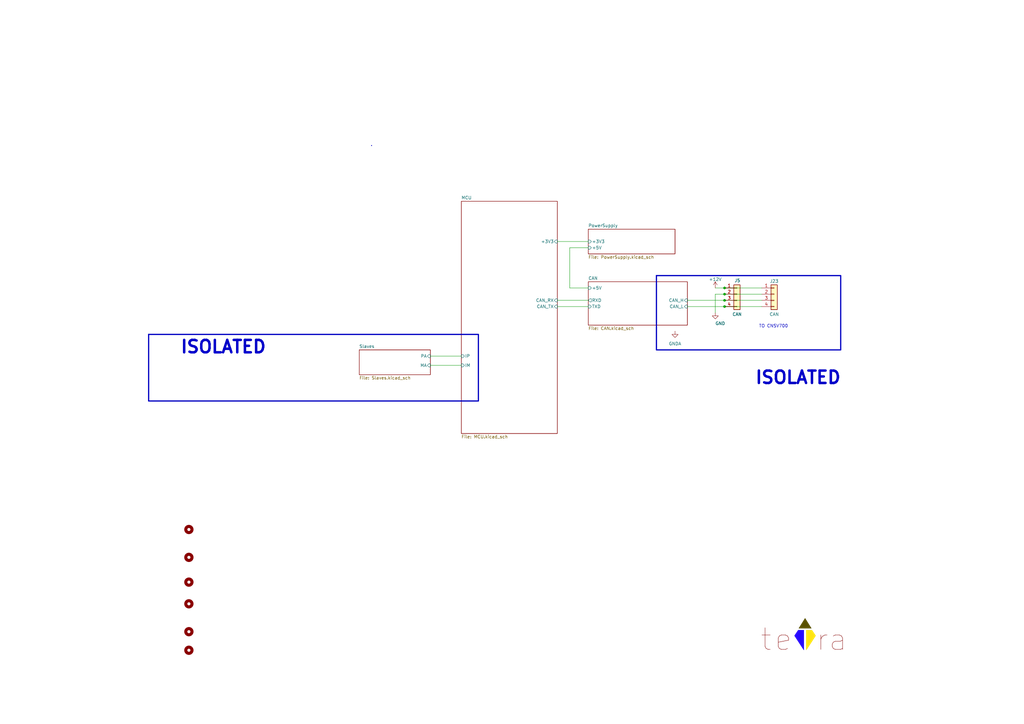
<source format=kicad_sch>
(kicad_sch
	(version 20250114)
	(generator "eeschema")
	(generator_version "9.0")
	(uuid "6a86ff6f-b159-4c4c-8a40-e732cc82e010")
	(paper "A3")
	(title_block
		(title "BMS-Master")
		(date "2024-07-23")
		(rev "V2")
		(company "teTra")
	)
	(lib_symbols
		(symbol "Library:+12V"
			(power)
			(pin_names
				(offset 0)
			)
			(exclude_from_sim no)
			(in_bom yes)
			(on_board yes)
			(property "Reference" "#PWR"
				(at 0 -3.81 0)
				(effects
					(font
						(size 1.27 1.27)
					)
					(hide yes)
				)
			)
			(property "Value" "+12V"
				(at 0 3.556 0)
				(effects
					(font
						(size 1.27 1.27)
					)
				)
			)
			(property "Footprint" ""
				(at 0 0 0)
				(effects
					(font
						(size 1.27 1.27)
					)
					(hide yes)
				)
			)
			(property "Datasheet" ""
				(at 0 0 0)
				(effects
					(font
						(size 1.27 1.27)
					)
					(hide yes)
				)
			)
			(property "Description" "Power symbol creates a global label with name \"+12V\""
				(at 0 0 0)
				(effects
					(font
						(size 1.27 1.27)
					)
					(hide yes)
				)
			)
			(property "ki_keywords" "global power"
				(at 0 0 0)
				(effects
					(font
						(size 1.27 1.27)
					)
					(hide yes)
				)
			)
			(symbol "+12V_0_1"
				(polyline
					(pts
						(xy -0.762 1.27) (xy 0 2.54)
					)
					(stroke
						(width 0)
						(type default)
					)
					(fill
						(type none)
					)
				)
				(polyline
					(pts
						(xy 0 2.54) (xy 0.762 1.27)
					)
					(stroke
						(width 0)
						(type default)
					)
					(fill
						(type none)
					)
				)
				(polyline
					(pts
						(xy 0 0) (xy 0 2.54)
					)
					(stroke
						(width 0)
						(type default)
					)
					(fill
						(type none)
					)
				)
			)
			(symbol "+12V_1_1"
				(pin power_in line
					(at 0 0 90)
					(length 0)
					(hide yes)
					(name "+12V"
						(effects
							(font
								(size 1.27 1.27)
							)
						)
					)
					(number "1"
						(effects
							(font
								(size 1.27 1.27)
							)
						)
					)
				)
			)
			(embedded_fonts no)
		)
		(symbol "Library:Conn_01x04"
			(pin_names
				(offset 1.016)
				(hide yes)
			)
			(exclude_from_sim no)
			(in_bom yes)
			(on_board yes)
			(property "Reference" "J"
				(at 0 5.08 0)
				(effects
					(font
						(size 1.27 1.27)
					)
				)
			)
			(property "Value" "Conn_01x04"
				(at 0 -7.62 0)
				(effects
					(font
						(size 1.27 1.27)
					)
				)
			)
			(property "Footprint" ""
				(at 0 0 0)
				(effects
					(font
						(size 1.27 1.27)
					)
					(hide yes)
				)
			)
			(property "Datasheet" "~"
				(at 0 0 0)
				(effects
					(font
						(size 1.27 1.27)
					)
					(hide yes)
				)
			)
			(property "Description" "Generic connector, single row, 01x04, script generated (kicad-library-utils/schlib/autogen/connector/)"
				(at 0 0 0)
				(effects
					(font
						(size 1.27 1.27)
					)
					(hide yes)
				)
			)
			(property "ki_keywords" "connector"
				(at 0 0 0)
				(effects
					(font
						(size 1.27 1.27)
					)
					(hide yes)
				)
			)
			(property "ki_fp_filters" "Connector*:*_1x??_*"
				(at 0 0 0)
				(effects
					(font
						(size 1.27 1.27)
					)
					(hide yes)
				)
			)
			(symbol "Conn_01x04_1_1"
				(rectangle
					(start -1.27 3.81)
					(end 1.27 -6.35)
					(stroke
						(width 0.254)
						(type default)
					)
					(fill
						(type background)
					)
				)
				(rectangle
					(start -1.27 2.667)
					(end 0 2.413)
					(stroke
						(width 0.1524)
						(type default)
					)
					(fill
						(type none)
					)
				)
				(rectangle
					(start -1.27 0.127)
					(end 0 -0.127)
					(stroke
						(width 0.1524)
						(type default)
					)
					(fill
						(type none)
					)
				)
				(rectangle
					(start -1.27 -2.413)
					(end 0 -2.667)
					(stroke
						(width 0.1524)
						(type default)
					)
					(fill
						(type none)
					)
				)
				(rectangle
					(start -1.27 -4.953)
					(end 0 -5.207)
					(stroke
						(width 0.1524)
						(type default)
					)
					(fill
						(type none)
					)
				)
				(pin passive line
					(at -5.08 2.54 0)
					(length 3.81)
					(name "Pin_1"
						(effects
							(font
								(size 1.27 1.27)
							)
						)
					)
					(number "1"
						(effects
							(font
								(size 1.27 1.27)
							)
						)
					)
				)
				(pin passive line
					(at -5.08 0 0)
					(length 3.81)
					(name "Pin_2"
						(effects
							(font
								(size 1.27 1.27)
							)
						)
					)
					(number "2"
						(effects
							(font
								(size 1.27 1.27)
							)
						)
					)
				)
				(pin passive line
					(at -5.08 -2.54 0)
					(length 3.81)
					(name "Pin_3"
						(effects
							(font
								(size 1.27 1.27)
							)
						)
					)
					(number "3"
						(effects
							(font
								(size 1.27 1.27)
							)
						)
					)
				)
				(pin passive line
					(at -5.08 -5.08 0)
					(length 3.81)
					(name "Pin_4"
						(effects
							(font
								(size 1.27 1.27)
							)
						)
					)
					(number "4"
						(effects
							(font
								(size 1.27 1.27)
							)
						)
					)
				)
			)
			(embedded_fonts no)
		)
		(symbol "Library:GND"
			(power)
			(pin_names
				(offset 0)
			)
			(exclude_from_sim no)
			(in_bom yes)
			(on_board yes)
			(property "Reference" "#PWR"
				(at 0 -6.35 0)
				(effects
					(font
						(size 1.27 1.27)
					)
					(hide yes)
				)
			)
			(property "Value" "GND"
				(at 0 -3.81 0)
				(effects
					(font
						(size 1.27 1.27)
					)
				)
			)
			(property "Footprint" ""
				(at 0 0 0)
				(effects
					(font
						(size 1.27 1.27)
					)
					(hide yes)
				)
			)
			(property "Datasheet" ""
				(at 0 0 0)
				(effects
					(font
						(size 1.27 1.27)
					)
					(hide yes)
				)
			)
			(property "Description" "Power symbol creates a global label with name \"GND\" , ground"
				(at 0 0 0)
				(effects
					(font
						(size 1.27 1.27)
					)
					(hide yes)
				)
			)
			(property "ki_keywords" "global power"
				(at 0 0 0)
				(effects
					(font
						(size 1.27 1.27)
					)
					(hide yes)
				)
			)
			(symbol "GND_0_1"
				(polyline
					(pts
						(xy 0 0) (xy 0 -1.27) (xy 1.27 -1.27) (xy 0 -2.54) (xy -1.27 -1.27) (xy 0 -1.27)
					)
					(stroke
						(width 0)
						(type default)
					)
					(fill
						(type none)
					)
				)
			)
			(symbol "GND_1_1"
				(pin power_in line
					(at 0 0 270)
					(length 0)
					(hide yes)
					(name "GND"
						(effects
							(font
								(size 1.27 1.27)
							)
						)
					)
					(number "1"
						(effects
							(font
								(size 1.27 1.27)
							)
						)
					)
				)
			)
			(embedded_fonts no)
		)
		(symbol "Library:GNDA"
			(power)
			(pin_numbers
				(hide yes)
			)
			(pin_names
				(offset 0)
				(hide yes)
			)
			(exclude_from_sim no)
			(in_bom yes)
			(on_board yes)
			(property "Reference" "#PWR"
				(at 0 -6.35 0)
				(effects
					(font
						(size 1.27 1.27)
					)
					(hide yes)
				)
			)
			(property "Value" "GNDA"
				(at 0 -3.81 0)
				(effects
					(font
						(size 1.27 1.27)
					)
				)
			)
			(property "Footprint" ""
				(at 0 0 0)
				(effects
					(font
						(size 1.27 1.27)
					)
					(hide yes)
				)
			)
			(property "Datasheet" ""
				(at 0 0 0)
				(effects
					(font
						(size 1.27 1.27)
					)
					(hide yes)
				)
			)
			(property "Description" "Power symbol creates a global label with name \"GNDA\" , analog ground"
				(at 0 0 0)
				(effects
					(font
						(size 1.27 1.27)
					)
					(hide yes)
				)
			)
			(property "ki_keywords" "global power"
				(at 0 0 0)
				(effects
					(font
						(size 1.27 1.27)
					)
					(hide yes)
				)
			)
			(symbol "GNDA_0_1"
				(polyline
					(pts
						(xy 0 0) (xy 0 -1.27) (xy 1.27 -1.27) (xy 0 -2.54) (xy -1.27 -1.27) (xy 0 -1.27)
					)
					(stroke
						(width 0)
						(type default)
					)
					(fill
						(type none)
					)
				)
			)
			(symbol "GNDA_1_1"
				(pin power_in line
					(at 0 0 270)
					(length 0)
					(name "~"
						(effects
							(font
								(size 1.27 1.27)
							)
						)
					)
					(number "1"
						(effects
							(font
								(size 1.27 1.27)
							)
						)
					)
				)
			)
			(embedded_fonts no)
		)
		(symbol "Library:Logo_Tetra"
			(exclude_from_sim no)
			(in_bom yes)
			(on_board yes)
			(property "Reference" "U"
				(at -0.762 0 0)
				(effects
					(font
						(size 1.27 1.27)
					)
				)
			)
			(property "Value" ""
				(at -0.762 0 0)
				(effects
					(font
						(size 1.27 1.27)
					)
				)
			)
			(property "Footprint" ""
				(at -0.762 0 0)
				(effects
					(font
						(size 1.27 1.27)
					)
					(hide yes)
				)
			)
			(property "Datasheet" ""
				(at -0.762 0 0)
				(effects
					(font
						(size 1.27 1.27)
					)
					(hide yes)
				)
			)
			(property "Description" ""
				(at -0.762 0 0)
				(effects
					(font
						(size 1.27 1.27)
					)
					(hide yes)
				)
			)
			(symbol "Logo_Tetra_1_1"
				(polyline
					(pts
						(xy -0.508 2.54) (xy -2.794 2.54) (xy -4.318 0.254) (xy -0.508 -5.588) (xy -0.508 2.54)
					)
					(stroke
						(width 0)
						(type default)
						(color 38 9 255 1)
					)
					(fill
						(type color)
						(color 38 9 255 1)
					)
				)
				(polyline
					(pts
						(xy 0 7.366) (xy -2.54 3.302) (xy 2.54 3.302) (xy 0 7.366)
					)
					(stroke
						(width 0)
						(type default)
						(color 88 80 0 1)
					)
					(fill
						(type color)
						(color 88 80 0 1)
					)
				)
				(polyline
					(pts
						(xy 0.508 2.54) (xy 2.794 2.54) (xy 4.318 0.254) (xy 0.508 -5.588) (xy 0.508 2.54)
					)
					(stroke
						(width 0)
						(type default)
						(color 255 228 16 1)
					)
					(fill
						(type color)
						(color 255 228 16 1)
					)
				)
				(text "t"
					(at -16.002 -1.27 0)
					(effects
						(font
							(size 8.89 8.89)
						)
					)
				)
				(text "e"
					(at -8.89 -1.27 0)
					(effects
						(font
							(face "KiCad Font")
							(size 8.89 8.89)
						)
					)
				)
				(text "r"
					(at 7.112 -1.27 0)
					(effects
						(font
							(size 8.89 8.89)
						)
					)
				)
				(text "a"
					(at 13.462 -1.27 0)
					(effects
						(font
							(face "KiCad Font")
							(size 8.89 8.89)
						)
					)
				)
			)
			(embedded_fonts no)
		)
		(symbol "Library:MountingHole"
			(pin_names
				(offset 1.016)
			)
			(exclude_from_sim yes)
			(in_bom no)
			(on_board yes)
			(property "Reference" "H"
				(at 0 5.08 0)
				(effects
					(font
						(size 1.27 1.27)
					)
				)
			)
			(property "Value" "MountingHole"
				(at 0 3.175 0)
				(effects
					(font
						(size 1.27 1.27)
					)
				)
			)
			(property "Footprint" ""
				(at 0 0 0)
				(effects
					(font
						(size 1.27 1.27)
					)
					(hide yes)
				)
			)
			(property "Datasheet" "~"
				(at 0 0 0)
				(effects
					(font
						(size 1.27 1.27)
					)
					(hide yes)
				)
			)
			(property "Description" "Mounting Hole without connection"
				(at 0 0 0)
				(effects
					(font
						(size 1.27 1.27)
					)
					(hide yes)
				)
			)
			(property "ki_keywords" "mounting hole"
				(at 0 0 0)
				(effects
					(font
						(size 1.27 1.27)
					)
					(hide yes)
				)
			)
			(property "ki_fp_filters" "MountingHole*"
				(at 0 0 0)
				(effects
					(font
						(size 1.27 1.27)
					)
					(hide yes)
				)
			)
			(symbol "MountingHole_0_1"
				(circle
					(center 0 0)
					(radius 1.27)
					(stroke
						(width 1.27)
						(type default)
					)
					(fill
						(type none)
					)
				)
			)
			(embedded_fonts no)
		)
	)
	(rectangle
		(start 152.4 59.69)
		(end 152.4 59.69)
		(stroke
			(width 0)
			(type default)
		)
		(fill
			(type none)
		)
		(uuid 16ed3026-92db-43e4-94ce-cb9942d539a9)
	)
	(rectangle
		(start 152.4 59.69)
		(end 152.4 59.69)
		(stroke
			(width 0)
			(type default)
		)
		(fill
			(type none)
		)
		(uuid 223aa8e8-e165-46dc-8004-d0f7a65ecba6)
	)
	(rectangle
		(start 152.4 59.69)
		(end 152.4 59.69)
		(stroke
			(width 0)
			(type default)
		)
		(fill
			(type none)
		)
		(uuid 2fcede93-9de7-495d-a723-2d73c73c7b6f)
	)
	(rectangle
		(start 152.4 59.69)
		(end 152.4 59.69)
		(stroke
			(width 0)
			(type default)
		)
		(fill
			(type none)
		)
		(uuid 5fbfa526-c30f-47f6-8144-7f30cec9d859)
	)
	(rectangle
		(start 152.4 59.69)
		(end 152.4 59.69)
		(stroke
			(width 0)
			(type default)
		)
		(fill
			(type none)
		)
		(uuid 6417f53f-a88b-4d4d-99b7-072470c6c0a0)
	)
	(rectangle
		(start 152.4 59.69)
		(end 152.4 59.69)
		(stroke
			(width 0)
			(type default)
		)
		(fill
			(type none)
		)
		(uuid 761ccd63-a067-48de-bb96-f182215cb15d)
	)
	(rectangle
		(start 152.4 59.69)
		(end 152.4 59.69)
		(stroke
			(width 0)
			(type default)
		)
		(fill
			(type none)
		)
		(uuid 7833effb-1ef3-4514-9423-6ce15b0e7601)
	)
	(rectangle
		(start 152.4 59.69)
		(end 152.4 59.69)
		(stroke
			(width 0)
			(type default)
		)
		(fill
			(type none)
		)
		(uuid 84c90483-45a3-4739-b73e-9c011eb5a6b3)
	)
	(rectangle
		(start 152.4 59.69)
		(end 152.4 59.69)
		(stroke
			(width 0)
			(type default)
		)
		(fill
			(type none)
		)
		(uuid a44f9e23-e56b-46ab-98e0-a509f1df9112)
	)
	(rectangle
		(start 152.4 59.69)
		(end 152.4 59.69)
		(stroke
			(width 0)
			(type default)
		)
		(fill
			(type none)
		)
		(uuid a6c3c0d5-36dd-4850-b1a5-9e9d33dbee96)
	)
	(rectangle
		(start 152.4 59.69)
		(end 152.4 59.69)
		(stroke
			(width 0)
			(type default)
		)
		(fill
			(type none)
		)
		(uuid cc05d2e2-b228-431e-bdc0-e0860c04d0cb)
	)
	(rectangle
		(start 269.24 113.03)
		(end 344.805 143.51)
		(stroke
			(width 0.5)
			(type default)
		)
		(fill
			(type none)
		)
		(uuid d1641d51-57d4-43f0-bc53-8f624be3d3a1)
	)
	(rectangle
		(start 152.4 59.69)
		(end 152.4 59.69)
		(stroke
			(width 0)
			(type default)
		)
		(fill
			(type none)
		)
		(uuid d8735071-f685-4511-9a51-ec1dbf78025d)
	)
	(rectangle
		(start 152.4 59.69)
		(end 152.4 59.69)
		(stroke
			(width 0)
			(type default)
		)
		(fill
			(type none)
		)
		(uuid ea6bb95e-e93f-4e24-b732-f58cac2dd5b5)
	)
	(rectangle
		(start 152.4 59.69)
		(end 152.4 59.69)
		(stroke
			(width 0)
			(type default)
		)
		(fill
			(type none)
		)
		(uuid ec13c14f-f372-47c6-8a1b-793204123c6b)
	)
	(rectangle
		(start 60.96 137.16)
		(end 196.215 164.465)
		(stroke
			(width 0.5)
			(type default)
		)
		(fill
			(type none)
		)
		(uuid ecd79333-2b26-4913-bd9c-63cb6b9965e8)
	)
	(rectangle
		(start 152.4 59.69)
		(end 152.4 59.69)
		(stroke
			(width 0)
			(type default)
		)
		(fill
			(type none)
		)
		(uuid ef661221-3ee0-456b-8605-67b88b2feaa8)
	)
	(rectangle
		(start 152.4 59.69)
		(end 152.4 59.69)
		(stroke
			(width 0)
			(type default)
		)
		(fill
			(type none)
		)
		(uuid fd9b1398-e4ca-40d7-b486-76ff1cab045d)
	)
	(text "ISOLATED"
		(exclude_from_sim no)
		(at 73.66 145.415 0)
		(effects
			(font
				(size 5.08 5.08)
				(thickness 1.016)
				(bold yes)
			)
			(justify left bottom)
		)
		(uuid "2f72da79-bdf8-4579-9ed1-a83544662245")
	)
	(text "TO CNSV700"
		(exclude_from_sim no)
		(at 317.246 133.858 0)
		(effects
			(font
				(size 1.27 1.27)
			)
		)
		(uuid "5180fe68-b87a-4be3-9dbe-8d12f762f071")
	)
	(text "ISOLATED"
		(exclude_from_sim no)
		(at 309.372 157.988 0)
		(effects
			(font
				(size 5.08 5.08)
				(thickness 1.016)
				(bold yes)
			)
			(justify left bottom)
		)
		(uuid "ad00bf51-f311-4529-b191-851f619e2a99")
	)
	(junction
		(at 297.18 123.19)
		(diameter 0)
		(color 0 0 0 0)
		(uuid "1815a980-df43-4522-9f8e-be3d530b4127")
	)
	(junction
		(at 297.18 125.73)
		(diameter 0)
		(color 0 0 0 0)
		(uuid "52d635c3-4a6b-4e2d-b0ef-a95edab346d5")
	)
	(junction
		(at 297.18 120.65)
		(diameter 0)
		(color 0 0 0 0)
		(uuid "56e7cf6a-7807-4865-9ec6-754ab70b3a2c")
	)
	(junction
		(at 297.18 118.11)
		(diameter 0)
		(color 0 0 0 0)
		(uuid "ae9d0e56-3960-43ac-9a5e-7a82e4984649")
	)
	(wire
		(pts
			(xy 176.53 146.05) (xy 189.23 146.05)
		)
		(stroke
			(width 0)
			(type default)
		)
		(uuid "0d31769f-6a99-4532-aeea-d7f0647a7af1")
	)
	(wire
		(pts
			(xy 176.53 149.86) (xy 189.23 149.86)
		)
		(stroke
			(width 0)
			(type default)
		)
		(uuid "1e7f720d-d7bf-4d45-87d3-bc0484d30c54")
	)
	(wire
		(pts
			(xy 228.6 125.73) (xy 241.3 125.73)
		)
		(stroke
			(width 0)
			(type default)
		)
		(uuid "46e88a53-ed75-4660-bc1c-c2b95c9941ac")
	)
	(wire
		(pts
			(xy 281.94 125.73) (xy 297.18 125.73)
		)
		(stroke
			(width 0)
			(type default)
		)
		(uuid "5357218a-a4d2-45ba-bb22-1e1a8aa39d51")
	)
	(wire
		(pts
			(xy 228.6 99.06) (xy 241.3 99.06)
		)
		(stroke
			(width 0)
			(type default)
		)
		(uuid "564eaa5a-c668-48e7-8ea3-684b59fc4b93")
	)
	(wire
		(pts
			(xy 297.18 118.11) (xy 312.42 118.11)
		)
		(stroke
			(width 0)
			(type default)
		)
		(uuid "7693391c-8570-453f-90fd-fbba080dfdd6")
	)
	(wire
		(pts
			(xy 293.37 120.65) (xy 297.18 120.65)
		)
		(stroke
			(width 0)
			(type default)
		)
		(uuid "7b8c4b4e-138c-4a57-9063-721d806b9838")
	)
	(wire
		(pts
			(xy 293.37 120.65) (xy 293.37 128.27)
		)
		(stroke
			(width 0)
			(type default)
		)
		(uuid "927317a1-3d86-4cb3-b46e-d9aa69077681")
	)
	(wire
		(pts
			(xy 241.3 118.11) (xy 233.68 118.11)
		)
		(stroke
			(width 0)
			(type default)
		)
		(uuid "936563d2-1d77-4879-b97f-8665d4d5b944")
	)
	(wire
		(pts
			(xy 297.18 123.19) (xy 312.42 123.19)
		)
		(stroke
			(width 0)
			(type default)
		)
		(uuid "9a09f34e-baa1-4d23-8d74-ddbfb3df2c3a")
	)
	(wire
		(pts
			(xy 281.94 123.19) (xy 297.18 123.19)
		)
		(stroke
			(width 0)
			(type default)
		)
		(uuid "a818bd30-8138-4cda-908e-843677812338")
	)
	(wire
		(pts
			(xy 297.18 120.65) (xy 312.42 120.65)
		)
		(stroke
			(width 0)
			(type default)
		)
		(uuid "a87b788b-6eb7-4a4a-b899-96fbbc348285")
	)
	(wire
		(pts
			(xy 228.6 123.19) (xy 241.3 123.19)
		)
		(stroke
			(width 0)
			(type default)
		)
		(uuid "bc7dd930-2602-4e2e-93c3-9599f2f9060b")
	)
	(wire
		(pts
			(xy 297.18 125.73) (xy 312.42 125.73)
		)
		(stroke
			(width 0)
			(type default)
		)
		(uuid "c2697cc7-6480-4188-8b86-f5dc49cd13f4")
	)
	(wire
		(pts
			(xy 233.68 118.11) (xy 233.68 101.6)
		)
		(stroke
			(width 0)
			(type default)
		)
		(uuid "d0a0e76b-cc87-4a50-85f3-70b1b971220c")
	)
	(wire
		(pts
			(xy 293.37 118.11) (xy 297.18 118.11)
		)
		(stroke
			(width 0)
			(type default)
		)
		(uuid "e09bf15a-f50d-426b-a5c6-6863ee6f493c")
	)
	(wire
		(pts
			(xy 233.68 101.6) (xy 241.3 101.6)
		)
		(stroke
			(width 0)
			(type default)
		)
		(uuid "f132657f-354a-4d4d-8d58-44191a003c63")
	)
	(symbol
		(lib_id "Library:MountingHole")
		(at 77.47 217.17 180)
		(unit 1)
		(exclude_from_sim yes)
		(in_bom no)
		(on_board yes)
		(dnp no)
		(uuid "38595ddf-3943-40f2-b2ee-affec50ace1d")
		(property "Reference" "J21"
			(at 79.5528 213.7918 0)
			(effects
				(font
					(size 1.27 1.27)
				)
				(hide yes)
			)
		)
		(property "Value" "Hole /NC"
			(at 79.5528 213.7664 0)
			(effects
				(font
					(size 1.27 1.27)
				)
				(hide yes)
			)
		)
		(property "Footprint" "MountingHole:MountingHole_3.2mm_M3_ISO7380"
			(at 77.47 217.17 0)
			(effects
				(font
					(size 1.27 1.27)
				)
				(hide yes)
			)
		)
		(property "Datasheet" "~"
			(at 77.47 217.17 0)
			(effects
				(font
					(size 1.27 1.27)
				)
				(hide yes)
			)
		)
		(property "Description" "Mounting Hole without connection"
			(at 77.47 217.17 0)
			(effects
				(font
					(size 1.27 1.27)
				)
				(hide yes)
			)
		)
		(property "MPN" "N/A"
			(at 77.47 217.17 0)
			(effects
				(font
					(size 1.27 1.27)
				)
				(hide yes)
			)
		)
		(instances
			(project "LTC6811_ESP32_V5"
				(path "/6a86ff6f-b159-4c4c-8a40-e732cc82e010"
					(reference "J21")
					(unit 1)
				)
			)
		)
	)
	(symbol
		(lib_id "Library:GND")
		(at 293.37 128.27 0)
		(unit 1)
		(exclude_from_sim no)
		(in_bom yes)
		(on_board yes)
		(dnp no)
		(uuid "4de6c470-6bc2-4d83-9cc4-feed8a7e9536")
		(property "Reference" "#PWR09"
			(at 293.37 134.62 0)
			(effects
				(font
					(size 1.27 1.27)
				)
				(hide yes)
			)
		)
		(property "Value" "GND"
			(at 295.402 132.6642 0)
			(effects
				(font
					(size 1.27 1.27)
				)
			)
		)
		(property "Footprint" ""
			(at 293.37 128.27 0)
			(effects
				(font
					(size 1.27 1.27)
				)
				(hide yes)
			)
		)
		(property "Datasheet" ""
			(at 293.37 128.27 0)
			(effects
				(font
					(size 1.27 1.27)
				)
				(hide yes)
			)
		)
		(property "Description" ""
			(at 293.37 128.27 0)
			(effects
				(font
					(size 1.27 1.27)
				)
				(hide yes)
			)
		)
		(pin "1"
			(uuid "49a318ba-d78f-4aab-87df-8a0ee86ec453")
		)
		(instances
			(project "LTC6811_ESP32_V4"
				(path "/6a86ff6f-b159-4c4c-8a40-e732cc82e010"
					(reference "#PWR09")
					(unit 1)
				)
			)
		)
	)
	(symbol
		(lib_id "Library:Conn_01x04")
		(at 317.5 120.65 0)
		(unit 1)
		(exclude_from_sim no)
		(in_bom yes)
		(on_board yes)
		(dnp no)
		(uuid "6147c463-de4c-4027-8ec7-13df34ffe6f7")
		(property "Reference" "J23"
			(at 315.722 115.316 0)
			(effects
				(font
					(size 1.27 1.27)
				)
				(justify left)
			)
		)
		(property "Value" "CAN"
			(at 315.595 128.905 0)
			(effects
				(font
					(size 1.27 1.27)
				)
				(justify left)
			)
		)
		(property "Footprint" "Connector_JST:JST_XH_B4B-XH-A_1x04_P2.50mm_Vertical"
			(at 317.5 120.65 0)
			(effects
				(font
					(size 1.27 1.27)
				)
				(hide yes)
			)
		)
		(property "Datasheet" "chrome-extension://efaidnbmnnnibpcajpcglclefindmkaj/https://www.jst-mfg.com/product/pdf/eng/eXH.pdf"
			(at 317.5 120.65 0)
			(effects
				(font
					(size 1.27 1.27)
				)
				(hide yes)
			)
		)
		(property "Description" "Connector Header Through Hole 4 position 0.098\" (2.50mm)"
			(at 317.5 120.65 0)
			(effects
				(font
					(size 1.27 1.27)
				)
				(hide yes)
			)
		)
		(property "Link" "https://www.digikey.jp/en/products/detail/jst-sales-america-inc/B4B-XH-A/1651047"
			(at 317.5 120.65 0)
			(effects
				(font
					(size 1.27 1.27)
				)
				(hide yes)
			)
		)
		(property "MPN" "B4B-XH-A"
			(at 317.5 120.65 0)
			(effects
				(font
					(size 1.27 1.27)
				)
				(hide yes)
			)
		)
		(pin "1"
			(uuid "c0d9ce63-6f6e-4df2-8b1e-5c11f5e71fb7")
		)
		(pin "2"
			(uuid "11d73ab8-f703-42bd-8541-9ef48012c1e9")
		)
		(pin "3"
			(uuid "9e676ca2-2be6-4e9f-ad30-b8a48a0897ab")
		)
		(pin "4"
			(uuid "ffe29c01-4de7-4b7d-b7d2-b7afaee089f4")
		)
		(instances
			(project "LTC6811_ESP32_V5"
				(path "/6a86ff6f-b159-4c4c-8a40-e732cc82e010"
					(reference "J23")
					(unit 1)
				)
			)
		)
	)
	(symbol
		(lib_id "Library:MountingHole")
		(at 77.47 266.7 180)
		(unit 1)
		(exclude_from_sim yes)
		(in_bom no)
		(on_board yes)
		(dnp no)
		(uuid "8bb2778d-bd02-4535-aa6e-74bedd04d6ad")
		(property "Reference" "J3"
			(at 79.5528 263.3218 0)
			(effects
				(font
					(size 1.27 1.27)
				)
				(hide yes)
			)
		)
		(property "Value" "Hole /NC"
			(at 79.5528 263.2964 0)
			(effects
				(font
					(size 1.27 1.27)
				)
				(hide yes)
			)
		)
		(property "Footprint" "MountingHole:MountingHole_3.2mm_M3_ISO7380"
			(at 77.47 266.7 0)
			(effects
				(font
					(size 1.27 1.27)
				)
				(hide yes)
			)
		)
		(property "Datasheet" "~"
			(at 77.47 266.7 0)
			(effects
				(font
					(size 1.27 1.27)
				)
				(hide yes)
			)
		)
		(property "Description" "Mounting Hole without connection"
			(at 77.47 266.7 0)
			(effects
				(font
					(size 1.27 1.27)
				)
				(hide yes)
			)
		)
		(property "MPN" "N/A"
			(at 77.47 266.7 0)
			(effects
				(font
					(size 1.27 1.27)
				)
				(hide yes)
			)
		)
		(instances
			(project "LTC6811_ESP32_V1p21"
				(path "/6a86ff6f-b159-4c4c-8a40-e732cc82e010"
					(reference "J3")
					(unit 1)
				)
			)
			(project "LTC6811"
				(path "/c4061cfa-a05d-44c7-ba89-bb211c8b143a"
					(reference "J?")
					(unit 1)
				)
			)
		)
	)
	(symbol
		(lib_id "Library:MountingHole")
		(at 77.47 238.76 180)
		(unit 1)
		(exclude_from_sim yes)
		(in_bom no)
		(on_board yes)
		(dnp no)
		(uuid "92debd96-33ac-4027-b04a-6747f6db4290")
		(property "Reference" "J4"
			(at 79.5528 235.3818 0)
			(effects
				(font
					(size 1.27 1.27)
				)
				(hide yes)
			)
		)
		(property "Value" "Hole /NC"
			(at 79.5528 235.3564 0)
			(effects
				(font
					(size 1.27 1.27)
				)
				(hide yes)
			)
		)
		(property "Footprint" "MountingHole:MountingHole_3.2mm_M3_ISO7380"
			(at 77.47 238.76 0)
			(effects
				(font
					(size 1.27 1.27)
				)
				(hide yes)
			)
		)
		(property "Datasheet" "~"
			(at 77.47 238.76 0)
			(effects
				(font
					(size 1.27 1.27)
				)
				(hide yes)
			)
		)
		(property "Description" "Mounting Hole without connection"
			(at 77.47 238.76 0)
			(effects
				(font
					(size 1.27 1.27)
				)
				(hide yes)
			)
		)
		(property "MPN" "N/A"
			(at 77.47 238.76 0)
			(effects
				(font
					(size 1.27 1.27)
				)
				(hide yes)
			)
		)
		(instances
			(project "LTC6811_ESP32_V1p21"
				(path "/6a86ff6f-b159-4c4c-8a40-e732cc82e010"
					(reference "J4")
					(unit 1)
				)
			)
			(project "LTC6811"
				(path "/c4061cfa-a05d-44c7-ba89-bb211c8b143a"
					(reference "J?")
					(unit 1)
				)
			)
		)
	)
	(symbol
		(lib_id "Library:MountingHole")
		(at 77.47 259.08 180)
		(unit 1)
		(exclude_from_sim yes)
		(in_bom no)
		(on_board yes)
		(dnp no)
		(uuid "a378b476-f0bf-47f9-b669-3c03e66dcadb")
		(property "Reference" "J18"
			(at 79.5528 255.7018 0)
			(effects
				(font
					(size 1.27 1.27)
				)
				(hide yes)
			)
		)
		(property "Value" "Hole /NC"
			(at 79.5528 255.6764 0)
			(effects
				(font
					(size 1.27 1.27)
				)
				(hide yes)
			)
		)
		(property "Footprint" "MountingHole:MountingHole_3.2mm_M3_ISO7380"
			(at 77.47 259.08 0)
			(effects
				(font
					(size 1.27 1.27)
				)
				(hide yes)
			)
		)
		(property "Datasheet" "~"
			(at 77.47 259.08 0)
			(effects
				(font
					(size 1.27 1.27)
				)
				(hide yes)
			)
		)
		(property "Description" "Mounting Hole without connection"
			(at 77.47 259.08 0)
			(effects
				(font
					(size 1.27 1.27)
				)
				(hide yes)
			)
		)
		(property "MPN" "N/A"
			(at 77.47 259.08 0)
			(effects
				(font
					(size 1.27 1.27)
				)
				(hide yes)
			)
		)
		(instances
			(project "LTC6811_ESP32_V2"
				(path "/6a86ff6f-b159-4c4c-8a40-e732cc82e010"
					(reference "J18")
					(unit 1)
				)
			)
		)
	)
	(symbol
		(lib_id "Library:MountingHole")
		(at 77.47 247.65 180)
		(unit 1)
		(exclude_from_sim yes)
		(in_bom no)
		(on_board yes)
		(dnp no)
		(uuid "c382732d-7928-48e5-9a21-32523eed2fdc")
		(property "Reference" "J19"
			(at 79.5528 244.2718 0)
			(effects
				(font
					(size 1.27 1.27)
				)
				(hide yes)
			)
		)
		(property "Value" "Hole /NC"
			(at 79.5528 244.2464 0)
			(effects
				(font
					(size 1.27 1.27)
				)
				(hide yes)
			)
		)
		(property "Footprint" "MountingHole:MountingHole_3.2mm_M3_ISO7380"
			(at 77.47 247.65 0)
			(effects
				(font
					(size 1.27 1.27)
				)
				(hide yes)
			)
		)
		(property "Datasheet" "~"
			(at 77.47 247.65 0)
			(effects
				(font
					(size 1.27 1.27)
				)
				(hide yes)
			)
		)
		(property "Description" "Mounting Hole without connection"
			(at 77.47 247.65 0)
			(effects
				(font
					(size 1.27 1.27)
				)
				(hide yes)
			)
		)
		(property "MPN" "N/A"
			(at 77.47 247.65 0)
			(effects
				(font
					(size 1.27 1.27)
				)
				(hide yes)
			)
		)
		(instances
			(project "LTC6811_ESP32_V2"
				(path "/6a86ff6f-b159-4c4c-8a40-e732cc82e010"
					(reference "J19")
					(unit 1)
				)
			)
		)
	)
	(symbol
		(lib_id "Library:Conn_01x04")
		(at 302.26 120.65 0)
		(unit 1)
		(exclude_from_sim no)
		(in_bom yes)
		(on_board yes)
		(dnp no)
		(uuid "dfa3421d-f1bc-4f8a-9f76-d385d7166dae")
		(property "Reference" "J5"
			(at 301.244 115.062 0)
			(effects
				(font
					(size 1.27 1.27)
				)
				(justify left)
			)
		)
		(property "Value" "CAN"
			(at 300.355 128.905 0)
			(effects
				(font
					(size 1.27 1.27)
				)
				(justify left)
			)
		)
		(property "Footprint" "Connector_JST:JST_XH_B4B-XH-A_1x04_P2.50mm_Vertical"
			(at 302.26 120.65 0)
			(effects
				(font
					(size 1.27 1.27)
				)
				(hide yes)
			)
		)
		(property "Datasheet" "chrome-extension://efaidnbmnnnibpcajpcglclefindmkaj/https://www.jst-mfg.com/product/pdf/eng/eXH.pdf"
			(at 302.26 120.65 0)
			(effects
				(font
					(size 1.27 1.27)
				)
				(hide yes)
			)
		)
		(property "Description" "Connector Header Through Hole 4 position 0.098\" (2.50mm)"
			(at 302.26 120.65 0)
			(effects
				(font
					(size 1.27 1.27)
				)
				(hide yes)
			)
		)
		(property "Link" "https://www.digikey.jp/en/products/detail/jst-sales-america-inc/B4B-XH-A/1651047"
			(at 302.26 120.65 0)
			(effects
				(font
					(size 1.27 1.27)
				)
				(hide yes)
			)
		)
		(property "MPN" "B4B-XH-A"
			(at 302.26 120.65 0)
			(effects
				(font
					(size 1.27 1.27)
				)
				(hide yes)
			)
		)
		(pin "1"
			(uuid "f76bcf01-8ff2-4de4-82eb-e304954d7389")
		)
		(pin "2"
			(uuid "f771fc59-f187-4166-b847-69c9d3e15f99")
		)
		(pin "3"
			(uuid "4428bf24-1201-47c2-ab28-ddef0301aaf6")
		)
		(pin "4"
			(uuid "8097647d-0e20-447c-a41a-8b4f28721bd1")
		)
		(instances
			(project "LTC6811_ESP32_V1p21"
				(path "/6a86ff6f-b159-4c4c-8a40-e732cc82e010"
					(reference "J5")
					(unit 1)
				)
			)
			(project "L9963E+ESP32"
				(path "/e9bba7f0-c10d-45df-9f8e-74901087917a"
					(reference "J?")
					(unit 1)
				)
			)
		)
	)
	(symbol
		(lib_id "Library:+12V")
		(at 293.37 118.11 0)
		(unit 1)
		(exclude_from_sim no)
		(in_bom yes)
		(on_board yes)
		(dnp no)
		(uuid "e8391e6e-f166-4aba-98c5-c275faa5f34a")
		(property "Reference" "#PWR08"
			(at 293.37 121.92 0)
			(effects
				(font
					(size 1.27 1.27)
				)
				(hide yes)
			)
		)
		(property "Value" "+12V"
			(at 293.37 114.554 0)
			(effects
				(font
					(size 1.27 1.27)
				)
			)
		)
		(property "Footprint" ""
			(at 293.37 118.11 0)
			(effects
				(font
					(size 1.27 1.27)
				)
				(hide yes)
			)
		)
		(property "Datasheet" ""
			(at 293.37 118.11 0)
			(effects
				(font
					(size 1.27 1.27)
				)
				(hide yes)
			)
		)
		(property "Description" ""
			(at 293.37 118.11 0)
			(effects
				(font
					(size 1.27 1.27)
				)
				(hide yes)
			)
		)
		(pin "1"
			(uuid "2e22f9b5-e5ee-4981-8c06-4d77bb207316")
		)
		(instances
			(project "LTC6811_ESP32_Master_V5P3"
				(path "/6a86ff6f-b159-4c4c-8a40-e732cc82e010"
					(reference "#PWR08")
					(unit 1)
				)
			)
		)
	)
	(symbol
		(lib_id "Library:GNDA")
		(at 276.86 135.89 0)
		(unit 1)
		(exclude_from_sim no)
		(in_bom yes)
		(on_board yes)
		(dnp no)
		(fields_autoplaced yes)
		(uuid "ebfe08d9-b7bd-447a-9d56-51c288812cc7")
		(property "Reference" "#PWR038"
			(at 276.86 142.24 0)
			(effects
				(font
					(size 1.27 1.27)
				)
				(hide yes)
			)
		)
		(property "Value" "GNDA"
			(at 276.86 140.97 0)
			(effects
				(font
					(size 1.27 1.27)
				)
			)
		)
		(property "Footprint" ""
			(at 276.86 135.89 0)
			(effects
				(font
					(size 1.27 1.27)
				)
				(hide yes)
			)
		)
		(property "Datasheet" ""
			(at 276.86 135.89 0)
			(effects
				(font
					(size 1.27 1.27)
				)
				(hide yes)
			)
		)
		(property "Description" "Power symbol creates a global label with name \"GNDA\" , analog ground"
			(at 276.86 135.89 0)
			(effects
				(font
					(size 1.27 1.27)
				)
				(hide yes)
			)
		)
		(pin "1"
			(uuid "aef368a1-852d-4b02-a67b-13c508e15dc5")
		)
		(instances
			(project ""
				(path "/6a86ff6f-b159-4c4c-8a40-e732cc82e010"
					(reference "#PWR038")
					(unit 1)
				)
			)
		)
	)
	(symbol
		(lib_id "Library:Logo_Tetra")
		(at 330.2 260.985 0)
		(unit 1)
		(exclude_from_sim no)
		(in_bom no)
		(on_board yes)
		(dnp no)
		(fields_autoplaced yes)
		(uuid "fa65b393-8ebe-4854-9176-2af361d7981a")
		(property "Reference" "LOGO1"
			(at 337.947 252.222 0)
			(effects
				(font
					(size 1.27 1.27)
				)
				(hide yes)
			)
		)
		(property "Value" "teTra /NC"
			(at 330.454 253.111 0)
			(effects
				(font
					(size 1.27 1.27)
				)
				(hide yes)
			)
		)
		(property "Footprint" "Symbol:teTra-LOGO"
			(at 329.438 260.985 0)
			(effects
				(font
					(size 1.27 1.27)
				)
				(hide yes)
			)
		)
		(property "Datasheet" ""
			(at 329.438 260.985 0)
			(effects
				(font
					(size 1.27 1.27)
				)
				(hide yes)
			)
		)
		(property "Description" ""
			(at 329.438 260.985 0)
			(effects
				(font
					(size 1.27 1.27)
				)
				(hide yes)
			)
		)
		(instances
			(project "LTC6811_ESP32_V1p21"
				(path "/6a86ff6f-b159-4c4c-8a40-e732cc82e010"
					(reference "LOGO1")
					(unit 1)
				)
			)
		)
	)
	(symbol
		(lib_id "Library:MountingHole")
		(at 77.47 228.6 180)
		(unit 1)
		(exclude_from_sim yes)
		(in_bom no)
		(on_board yes)
		(dnp no)
		(uuid "ff8fb70a-77fe-4637-b621-4e73ed43bb01")
		(property "Reference" "J7"
			(at 79.5528 225.2218 0)
			(effects
				(font
					(size 1.27 1.27)
				)
				(hide yes)
			)
		)
		(property "Value" "Hole /NC"
			(at 79.5528 225.1964 0)
			(effects
				(font
					(size 1.27 1.27)
				)
				(hide yes)
			)
		)
		(property "Footprint" "MountingHole:MountingHole_3.2mm_M3_ISO7380"
			(at 77.47 228.6 0)
			(effects
				(font
					(size 1.27 1.27)
				)
				(hide yes)
			)
		)
		(property "Datasheet" "~"
			(at 77.47 228.6 0)
			(effects
				(font
					(size 1.27 1.27)
				)
				(hide yes)
			)
		)
		(property "Description" "Mounting Hole without connection"
			(at 77.47 228.6 0)
			(effects
				(font
					(size 1.27 1.27)
				)
				(hide yes)
			)
		)
		(property "MPN" "N/A"
			(at 77.47 228.6 0)
			(effects
				(font
					(size 1.27 1.27)
				)
				(hide yes)
			)
		)
		(instances
			(project "LTC6811_ESP32_V2"
				(path "/6a86ff6f-b159-4c4c-8a40-e732cc82e010"
					(reference "J7")
					(unit 1)
				)
			)
		)
	)
	(sheet
		(at 241.3 115.57)
		(size 40.64 17.78)
		(exclude_from_sim no)
		(in_bom yes)
		(on_board yes)
		(dnp no)
		(fields_autoplaced yes)
		(stroke
			(width 0)
			(type solid)
		)
		(fill
			(color 0 0 0 0.0000)
		)
		(uuid "00000000-0000-0000-0000-00005a91e16c")
		(property "Sheetname" "CAN"
			(at 241.3 114.8584 0)
			(effects
				(font
					(size 1.27 1.27)
				)
				(justify left bottom)
			)
		)
		(property "Sheetfile" "CAN.kicad_sch"
			(at 241.3 133.9346 0)
			(effects
				(font
					(size 1.27 1.27)
				)
				(justify left top)
			)
		)
		(pin "RXD" output
			(at 241.3 123.19 180)
			(uuid "e7c02fdc-da22-4866-ac26-2eac3a7cf0ac")
			(effects
				(font
					(size 1.27 1.27)
				)
				(justify left)
			)
		)
		(pin "TXD" input
			(at 241.3 125.73 180)
			(uuid "43930b09-b929-4bb1-977f-413e25e60f62")
			(effects
				(font
					(size 1.27 1.27)
				)
				(justify left)
			)
		)
		(pin "CAN_H" input
			(at 281.94 123.19 0)
			(uuid "f4ed73d6-3b71-4a9e-9a60-4b018d11ecb2")
			(effects
				(font
					(size 1.27 1.27)
				)
				(justify right)
			)
		)
		(pin "CAN_L" input
			(at 281.94 125.73 0)
			(uuid "3e716b15-9d28-46fd-9dc3-c5bff9ce31b2")
			(effects
				(font
					(size 1.27 1.27)
				)
				(justify right)
			)
		)
		(pin "+5V" input
			(at 241.3 118.11 180)
			(uuid "898a13b0-85db-4610-baf1-1db02f26c38b")
			(effects
				(font
					(size 1.27 1.27)
				)
				(justify left)
			)
		)
		(instances
			(project "LTC6811_ESP32_Master_V6P1"
				(path "/6a86ff6f-b159-4c4c-8a40-e732cc82e010"
					(page "5")
				)
			)
		)
	)
	(sheet
		(at 189.23 82.55)
		(size 39.37 95.25)
		(exclude_from_sim no)
		(in_bom yes)
		(on_board yes)
		(dnp no)
		(fields_autoplaced yes)
		(stroke
			(width 0)
			(type solid)
		)
		(fill
			(color 0 0 0 0.0000)
		)
		(uuid "00000000-0000-0000-0000-00005ab72d4d")
		(property "Sheetname" "MCU"
			(at 189.23 81.8384 0)
			(effects
				(font
					(size 1.27 1.27)
				)
				(justify left bottom)
			)
		)
		(property "Sheetfile" "MCU.kicad_sch"
			(at 189.23 178.3846 0)
			(effects
				(font
					(size 1.27 1.27)
				)
				(justify left top)
			)
		)
		(pin "CAN_RX" input
			(at 228.6 123.19 0)
			(uuid "d1826ec9-7344-48ad-b778-b6009e5bc8bd")
			(effects
				(font
					(size 1.27 1.27)
				)
				(justify right)
			)
		)
		(pin "CAN_TX" input
			(at 228.6 125.73 0)
			(uuid "6f79f6be-c76f-425b-a542-e6d60e8fa403")
			(effects
				(font
					(size 1.27 1.27)
				)
				(justify right)
			)
		)
		(pin "+3V3" input
			(at 228.6 99.06 0)
			(uuid "82fbfbb5-ea53-4cdd-8007-f46a8d4dc305")
			(effects
				(font
					(size 1.27 1.27)
				)
				(justify right)
			)
		)
		(pin "IM" input
			(at 189.23 149.86 180)
			(uuid "7bc0602b-6d2a-4033-b266-d1b8840b783b")
			(effects
				(font
					(size 1.27 1.27)
				)
				(justify left)
			)
		)
		(pin "IP" input
			(at 189.23 146.05 180)
			(uuid "92ddacdc-7d72-4557-af52-f1bceb8c0472")
			(effects
				(font
					(size 1.27 1.27)
				)
				(justify left)
			)
		)
		(instances
			(project "LTC6811_ESP32_Master_V6P1"
				(path "/6a86ff6f-b159-4c4c-8a40-e732cc82e010"
					(page "4")
				)
			)
		)
	)
	(sheet
		(at 241.3 93.98)
		(size 35.56 10.16)
		(exclude_from_sim no)
		(in_bom yes)
		(on_board yes)
		(dnp no)
		(fields_autoplaced yes)
		(stroke
			(width 0)
			(type solid)
		)
		(fill
			(color 0 0 0 0.0000)
		)
		(uuid "00000000-0000-0000-0000-00005ac18063")
		(property "Sheetname" "PowerSupply"
			(at 241.3 93.2684 0)
			(effects
				(font
					(size 1.27 1.27)
				)
				(justify left bottom)
			)
		)
		(property "Sheetfile" "PowerSupply.kicad_sch"
			(at 241.3 104.7246 0)
			(effects
				(font
					(size 1.27 1.27)
				)
				(justify left top)
			)
		)
		(pin "+3V3" input
			(at 241.3 99.06 180)
			(uuid "c9189066-8e08-4224-b150-4d917bf7f531")
			(effects
				(font
					(size 1.27 1.27)
				)
				(justify left)
			)
		)
		(pin "+5V" input
			(at 241.3 101.6 180)
			(uuid "be1a453d-89e9-431c-887b-f5db1f8b5e34")
			(effects
				(font
					(size 1.27 1.27)
				)
				(justify left)
			)
		)
		(instances
			(project "LTC6811_ESP32_Master_V6P1"
				(path "/6a86ff6f-b159-4c4c-8a40-e732cc82e010"
					(page "3")
				)
			)
		)
	)
	(sheet
		(at 147.32 143.51)
		(size 29.21 10.16)
		(exclude_from_sim no)
		(in_bom yes)
		(on_board yes)
		(dnp no)
		(fields_autoplaced yes)
		(stroke
			(width 0.1524)
			(type solid)
		)
		(fill
			(color 0 0 0 0.0000)
		)
		(uuid "6b51f869-3fd5-42f9-b3ca-66a1d105433e")
		(property "Sheetname" "Slaves"
			(at 147.32 142.7984 0)
			(effects
				(font
					(size 1.27 1.27)
				)
				(justify left bottom)
			)
		)
		(property "Sheetfile" "Slaves.kicad_sch"
			(at 147.32 154.2546 0)
			(effects
				(font
					(size 1.27 1.27)
				)
				(justify left top)
			)
		)
		(pin "PA" input
			(at 176.53 146.05 0)
			(uuid "071d8036-134c-4648-a801-6ea9887f2eaa")
			(effects
				(font
					(size 1.27 1.27)
				)
				(justify right)
			)
		)
		(pin "MA" input
			(at 176.53 149.86 0)
			(uuid "70b8841f-43f9-4653-906b-2966be852cc8")
			(effects
				(font
					(size 1.27 1.27)
				)
				(justify right)
			)
		)
		(instances
			(project "LTC6811_ESP32_Master_V6P1"
				(path "/6a86ff6f-b159-4c4c-8a40-e732cc82e010"
					(page "6")
				)
			)
		)
	)
	(sheet_instances
		(path "/"
			(page "1")
		)
	)
	(embedded_fonts no)
)

</source>
